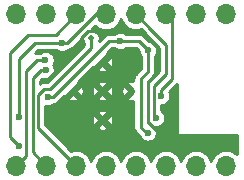
<source format=gbr>
G04 #@! TF.GenerationSoftware,KiCad,Pcbnew,(5.1.4-0-10_14)*
G04 #@! TF.CreationDate,2020-12-23T13:56:28+02:00*
G04 #@! TF.ProjectId,esp32-pico-module,65737033-322d-4706-9963-6f2d6d6f6475,rev?*
G04 #@! TF.SameCoordinates,Original*
G04 #@! TF.FileFunction,Copper,L2,Bot*
G04 #@! TF.FilePolarity,Positive*
%FSLAX46Y46*%
G04 Gerber Fmt 4.6, Leading zero omitted, Abs format (unit mm)*
G04 Created by KiCad (PCBNEW (5.1.4-0-10_14)) date 2020-12-23 13:56:28*
%MOMM*%
%LPD*%
G04 APERTURE LIST*
%ADD10C,0.500000*%
%ADD11O,1.700000X1.700000*%
%ADD12C,0.600000*%
%ADD13C,0.250000*%
%ADD14C,0.254000*%
G04 APERTURE END LIST*
D10*
X117125000Y-105805000D03*
X117125000Y-110755000D03*
X119600000Y-108280000D03*
X114650000Y-108280000D03*
X117125000Y-108280000D03*
D11*
X109790000Y-114600000D03*
X112330000Y-114595000D03*
X119950000Y-114595000D03*
X114870000Y-114595000D03*
X127570000Y-114595000D03*
X122490000Y-114595000D03*
X125030000Y-114595000D03*
X117410000Y-114595000D03*
X117410000Y-101795000D03*
X125030000Y-101795000D03*
X122490000Y-101795000D03*
X127570000Y-101795000D03*
X114870000Y-101795000D03*
X119950000Y-101795000D03*
X112330000Y-101795000D03*
X109790000Y-101800000D03*
D12*
X112500000Y-109800000D03*
X112320000Y-107400000D03*
X124410000Y-112440000D03*
X121000000Y-104825000D03*
X118625000Y-104050000D03*
X112500000Y-108800000D03*
X120950000Y-111800000D03*
X113699999Y-104200000D03*
X110043750Y-110493750D03*
X110050000Y-112900000D03*
X121650000Y-110550000D03*
X122100000Y-108700000D03*
X112296926Y-105630824D03*
X112308786Y-106520535D03*
D10*
X116150000Y-103810000D03*
D13*
X120950000Y-110874998D02*
X122515002Y-112440000D01*
X120950000Y-107506795D02*
X120950000Y-110874998D01*
X121700000Y-104544998D02*
X121700000Y-106756795D01*
X122515002Y-112440000D02*
X124410000Y-112440000D01*
X120390001Y-103234999D02*
X121700000Y-104544998D01*
X121700000Y-106756795D02*
X120950000Y-107506795D01*
X115873999Y-103234999D02*
X120390001Y-103234999D01*
X115320000Y-103788998D02*
X115873999Y-103234999D01*
X115320000Y-104400000D02*
X115320000Y-103788998D01*
X112320000Y-107400000D02*
X115320000Y-104400000D01*
X121000000Y-106600000D02*
X121000000Y-104825000D01*
X120350000Y-107250000D02*
X121000000Y-106600000D01*
X120350000Y-111350000D02*
X120350000Y-107250000D01*
X120225000Y-104050000D02*
X118625000Y-104050000D01*
X121000000Y-104825000D02*
X120225000Y-104050000D01*
X118200736Y-104050000D02*
X118625000Y-104050000D01*
X117674264Y-104050000D02*
X118200736Y-104050000D01*
X112924264Y-108800000D02*
X117674264Y-104050000D01*
X112500000Y-108800000D02*
X112924264Y-108800000D01*
X120950000Y-111800000D02*
X120800000Y-111800000D01*
X120800000Y-111800000D02*
X120350000Y-111350000D01*
X110700000Y-104900000D02*
X111299999Y-104300001D01*
X110518750Y-105081250D02*
X110700000Y-104900000D01*
X111400000Y-104200000D02*
X111299999Y-104300001D01*
X113699999Y-104200000D02*
X111400000Y-104200000D01*
X116555000Y-101795000D02*
X117410000Y-101795000D01*
X114150000Y-104200000D02*
X116555000Y-101795000D01*
X110043750Y-105556250D02*
X110700000Y-104900000D01*
X110043750Y-110493750D02*
X110043750Y-105556250D01*
X113699999Y-104200000D02*
X114150000Y-104200000D01*
X114870000Y-101795000D02*
X113165000Y-103500000D01*
X113165000Y-103500000D02*
X110850000Y-103500000D01*
X109300000Y-105050000D02*
X109300000Y-112150000D01*
X109300000Y-112150000D02*
X110050000Y-112900000D01*
X110850000Y-103500000D02*
X109300000Y-105050000D01*
X119675000Y-102085000D02*
X119960000Y-101800000D01*
X121474999Y-110374999D02*
X121650000Y-110550000D01*
X121474999Y-107875001D02*
X121474999Y-110374999D01*
X122500000Y-106850000D02*
X121474999Y-107875001D01*
X122500000Y-104350000D02*
X122500000Y-106850000D01*
X121250000Y-103095000D02*
X121250000Y-103100000D01*
X121250000Y-103100000D02*
X122500000Y-104350000D01*
X119950000Y-101795000D02*
X121250000Y-103095000D01*
X123050000Y-102355000D02*
X122490000Y-101795000D01*
X123050000Y-107250000D02*
X123050000Y-102355000D01*
X122100000Y-108200000D02*
X123050000Y-107250000D01*
X122100000Y-108700000D02*
X122100000Y-108200000D01*
X110675001Y-113714999D02*
X110639999Y-113750001D01*
X110639999Y-113750001D02*
X109790000Y-114600000D01*
X110675001Y-106574999D02*
X110675001Y-113714999D01*
X111619176Y-105630824D02*
X110675001Y-106574999D01*
X112296926Y-105630824D02*
X111619176Y-105630824D01*
X111879465Y-106520535D02*
X112308786Y-106520535D01*
X111199990Y-113464990D02*
X111199990Y-107200010D01*
X111199990Y-107200010D02*
X111879465Y-106520535D01*
X112330000Y-114595000D02*
X111199990Y-113464990D01*
X111650000Y-108650000D02*
X112200000Y-108100000D01*
X112700000Y-108100000D02*
X116150000Y-104650000D01*
X112200000Y-108100000D02*
X112700000Y-108100000D01*
X111650000Y-111375000D02*
X111650000Y-108650000D01*
X114870000Y-114595000D02*
X111650000Y-111375000D01*
X116150000Y-104650000D02*
X116150000Y-103810000D01*
D14*
G36*
X118129691Y-104653536D02*
G01*
X118256952Y-104738569D01*
X118398357Y-104797141D01*
X118548472Y-104827000D01*
X118701528Y-104827000D01*
X118851643Y-104797141D01*
X118993048Y-104738569D01*
X119120309Y-104653536D01*
X119121845Y-104652000D01*
X119975645Y-104652000D01*
X120223000Y-104899356D01*
X120223000Y-104901528D01*
X120252859Y-105051643D01*
X120311431Y-105193048D01*
X120396464Y-105320309D01*
X120398001Y-105321846D01*
X120398000Y-106350644D01*
X119945229Y-106803416D01*
X119922264Y-106822263D01*
X119903417Y-106845228D01*
X119903416Y-106845229D01*
X119847035Y-106913929D01*
X119791134Y-107018511D01*
X119756712Y-107131988D01*
X119745089Y-107250000D01*
X119748001Y-107279565D01*
X119748001Y-107407135D01*
X119686002Y-107394887D01*
X119511672Y-107395116D01*
X119340736Y-107429351D01*
X119181826Y-107495173D01*
X119177784Y-107683836D01*
X119600000Y-108106052D01*
X119616971Y-108089081D01*
X119748001Y-108220111D01*
X119748001Y-108339889D01*
X119616971Y-108470919D01*
X119600000Y-108453948D01*
X119177784Y-108876164D01*
X119181826Y-109064827D01*
X119342974Y-109131328D01*
X119513998Y-109165113D01*
X119688328Y-109164884D01*
X119748001Y-109152933D01*
X119748000Y-111320444D01*
X119745089Y-111350000D01*
X119748000Y-111379556D01*
X119748000Y-111379565D01*
X119756711Y-111468011D01*
X119791134Y-111581489D01*
X119847034Y-111686070D01*
X119922263Y-111777737D01*
X119945233Y-111796588D01*
X120222356Y-112073712D01*
X120261431Y-112168048D01*
X120346464Y-112295309D01*
X120454691Y-112403536D01*
X120581952Y-112488569D01*
X120723357Y-112547141D01*
X120873472Y-112577000D01*
X121026528Y-112577000D01*
X121176643Y-112547141D01*
X121318048Y-112488569D01*
X121445309Y-112403536D01*
X121553536Y-112295309D01*
X121638569Y-112168048D01*
X121697141Y-112026643D01*
X121727000Y-111876528D01*
X121727000Y-111723472D01*
X121697141Y-111573357D01*
X121638569Y-111431952D01*
X121567671Y-111325846D01*
X121573472Y-111327000D01*
X121726528Y-111327000D01*
X121876643Y-111297141D01*
X122018048Y-111238569D01*
X122145309Y-111153536D01*
X122253536Y-111045309D01*
X122338569Y-110918048D01*
X122397141Y-110776643D01*
X122427000Y-110626528D01*
X122427000Y-110473472D01*
X122397141Y-110323357D01*
X122338569Y-110181952D01*
X122253536Y-110054691D01*
X122145309Y-109946464D01*
X122076999Y-109900821D01*
X122076999Y-109477000D01*
X122176528Y-109477000D01*
X122326643Y-109447141D01*
X122468048Y-109388569D01*
X122595309Y-109303536D01*
X122703536Y-109195309D01*
X122788569Y-109068048D01*
X122847141Y-108926643D01*
X122877000Y-108776528D01*
X122877000Y-108623472D01*
X122847141Y-108473357D01*
X122797600Y-108353755D01*
X123454773Y-107696583D01*
X123473000Y-107681625D01*
X123473000Y-111850000D01*
X123475440Y-111874776D01*
X123482667Y-111898601D01*
X123494403Y-111920557D01*
X123510197Y-111939803D01*
X123529443Y-111955597D01*
X123551399Y-111967333D01*
X123575224Y-111974560D01*
X123600000Y-111977000D01*
X128498000Y-111977000D01*
X128498000Y-113639927D01*
X128310808Y-113486302D01*
X128080278Y-113363081D01*
X127830137Y-113287201D01*
X127635184Y-113268000D01*
X127504816Y-113268000D01*
X127309863Y-113287201D01*
X127059722Y-113363081D01*
X126829192Y-113486302D01*
X126627130Y-113652130D01*
X126461302Y-113854192D01*
X126338081Y-114084722D01*
X126300000Y-114210257D01*
X126261919Y-114084722D01*
X126138698Y-113854192D01*
X125972870Y-113652130D01*
X125770808Y-113486302D01*
X125540278Y-113363081D01*
X125290137Y-113287201D01*
X125095184Y-113268000D01*
X124964816Y-113268000D01*
X124769863Y-113287201D01*
X124519722Y-113363081D01*
X124289192Y-113486302D01*
X124087130Y-113652130D01*
X123921302Y-113854192D01*
X123798081Y-114084722D01*
X123760000Y-114210257D01*
X123721919Y-114084722D01*
X123598698Y-113854192D01*
X123432870Y-113652130D01*
X123230808Y-113486302D01*
X123000278Y-113363081D01*
X122750137Y-113287201D01*
X122555184Y-113268000D01*
X122424816Y-113268000D01*
X122229863Y-113287201D01*
X121979722Y-113363081D01*
X121749192Y-113486302D01*
X121547130Y-113652130D01*
X121381302Y-113854192D01*
X121258081Y-114084722D01*
X121220000Y-114210257D01*
X121181919Y-114084722D01*
X121058698Y-113854192D01*
X120892870Y-113652130D01*
X120690808Y-113486302D01*
X120460278Y-113363081D01*
X120210137Y-113287201D01*
X120015184Y-113268000D01*
X119884816Y-113268000D01*
X119689863Y-113287201D01*
X119439722Y-113363081D01*
X119209192Y-113486302D01*
X119007130Y-113652130D01*
X118841302Y-113854192D01*
X118718081Y-114084722D01*
X118680000Y-114210257D01*
X118641919Y-114084722D01*
X118518698Y-113854192D01*
X118352870Y-113652130D01*
X118150808Y-113486302D01*
X117920278Y-113363081D01*
X117670137Y-113287201D01*
X117475184Y-113268000D01*
X117344816Y-113268000D01*
X117149863Y-113287201D01*
X116899722Y-113363081D01*
X116669192Y-113486302D01*
X116467130Y-113652130D01*
X116301302Y-113854192D01*
X116178081Y-114084722D01*
X116140000Y-114210257D01*
X116101919Y-114084722D01*
X115978698Y-113854192D01*
X115812870Y-113652130D01*
X115610808Y-113486302D01*
X115380278Y-113363081D01*
X115130137Y-113287201D01*
X114935184Y-113268000D01*
X114804816Y-113268000D01*
X114609863Y-113287201D01*
X114459246Y-113332890D01*
X112477520Y-111351164D01*
X116702784Y-111351164D01*
X116706826Y-111539827D01*
X116867974Y-111606328D01*
X117038998Y-111640113D01*
X117213328Y-111639884D01*
X117384264Y-111605649D01*
X117543174Y-111539827D01*
X117547216Y-111351164D01*
X117125000Y-110928948D01*
X116702784Y-111351164D01*
X112477520Y-111351164D01*
X112252000Y-111125645D01*
X112252000Y-110668998D01*
X116239887Y-110668998D01*
X116240116Y-110843328D01*
X116274351Y-111014264D01*
X116340173Y-111173174D01*
X116528836Y-111177216D01*
X116951052Y-110755000D01*
X117298948Y-110755000D01*
X117721164Y-111177216D01*
X117909827Y-111173174D01*
X117976328Y-111012026D01*
X118010113Y-110841002D01*
X118009884Y-110666672D01*
X117975649Y-110495736D01*
X117909827Y-110336826D01*
X117721164Y-110332784D01*
X117298948Y-110755000D01*
X116951052Y-110755000D01*
X116528836Y-110332784D01*
X116340173Y-110336826D01*
X116273672Y-110497974D01*
X116239887Y-110668998D01*
X112252000Y-110668998D01*
X112252000Y-110158836D01*
X116702784Y-110158836D01*
X117125000Y-110581052D01*
X117547216Y-110158836D01*
X117543174Y-109970173D01*
X117382026Y-109903672D01*
X117211002Y-109869887D01*
X117036672Y-109870116D01*
X116865736Y-109904351D01*
X116706826Y-109970173D01*
X116702784Y-110158836D01*
X112252000Y-110158836D01*
X112252000Y-109538295D01*
X112273357Y-109547141D01*
X112423472Y-109577000D01*
X112576528Y-109577000D01*
X112726643Y-109547141D01*
X112868048Y-109488569D01*
X112995309Y-109403536D01*
X113001544Y-109397301D01*
X113042276Y-109393289D01*
X113155754Y-109358866D01*
X113260335Y-109302966D01*
X113352001Y-109227737D01*
X113370853Y-109204766D01*
X113699455Y-108876164D01*
X114227784Y-108876164D01*
X114231826Y-109064827D01*
X114392974Y-109131328D01*
X114563998Y-109165113D01*
X114738328Y-109164884D01*
X114909264Y-109130649D01*
X115068174Y-109064827D01*
X115072216Y-108876164D01*
X116702784Y-108876164D01*
X116706826Y-109064827D01*
X116867974Y-109131328D01*
X117038998Y-109165113D01*
X117213328Y-109164884D01*
X117384264Y-109130649D01*
X117543174Y-109064827D01*
X117547216Y-108876164D01*
X117125000Y-108453948D01*
X116702784Y-108876164D01*
X115072216Y-108876164D01*
X114650000Y-108453948D01*
X114227784Y-108876164D01*
X113699455Y-108876164D01*
X113877188Y-108698431D01*
X114053836Y-108702216D01*
X114476052Y-108280000D01*
X114823948Y-108280000D01*
X115246164Y-108702216D01*
X115434827Y-108698174D01*
X115501328Y-108537026D01*
X115535113Y-108366002D01*
X115534888Y-108193998D01*
X116239887Y-108193998D01*
X116240116Y-108368328D01*
X116274351Y-108539264D01*
X116340173Y-108698174D01*
X116528836Y-108702216D01*
X116951052Y-108280000D01*
X117298948Y-108280000D01*
X117721164Y-108702216D01*
X117909827Y-108698174D01*
X117976328Y-108537026D01*
X118010113Y-108366002D01*
X118009888Y-108193998D01*
X118714887Y-108193998D01*
X118715116Y-108368328D01*
X118749351Y-108539264D01*
X118815173Y-108698174D01*
X119003836Y-108702216D01*
X119426052Y-108280000D01*
X119003836Y-107857784D01*
X118815173Y-107861826D01*
X118748672Y-108022974D01*
X118714887Y-108193998D01*
X118009888Y-108193998D01*
X118009884Y-108191672D01*
X117975649Y-108020736D01*
X117909827Y-107861826D01*
X117721164Y-107857784D01*
X117298948Y-108280000D01*
X116951052Y-108280000D01*
X116528836Y-107857784D01*
X116340173Y-107861826D01*
X116273672Y-108022974D01*
X116239887Y-108193998D01*
X115534888Y-108193998D01*
X115534884Y-108191672D01*
X115500649Y-108020736D01*
X115434827Y-107861826D01*
X115246164Y-107857784D01*
X114823948Y-108280000D01*
X114476052Y-108280000D01*
X114459081Y-108263029D01*
X114633029Y-108089081D01*
X114650000Y-108106052D01*
X115072216Y-107683836D01*
X116702784Y-107683836D01*
X117125000Y-108106052D01*
X117547216Y-107683836D01*
X117543174Y-107495173D01*
X117382026Y-107428672D01*
X117211002Y-107394887D01*
X117036672Y-107395116D01*
X116865736Y-107429351D01*
X116706826Y-107495173D01*
X116702784Y-107683836D01*
X115072216Y-107683836D01*
X115068431Y-107507188D01*
X116174455Y-106401164D01*
X116702784Y-106401164D01*
X116706826Y-106589827D01*
X116867974Y-106656328D01*
X117038998Y-106690113D01*
X117213328Y-106689884D01*
X117384264Y-106655649D01*
X117543174Y-106589827D01*
X117547216Y-106401164D01*
X117125000Y-105978948D01*
X116702784Y-106401164D01*
X116174455Y-106401164D01*
X116352189Y-106223431D01*
X116528836Y-106227216D01*
X116951052Y-105805000D01*
X117298948Y-105805000D01*
X117721164Y-106227216D01*
X117909827Y-106223174D01*
X117976328Y-106062026D01*
X118010113Y-105891002D01*
X118009884Y-105716672D01*
X117975649Y-105545736D01*
X117909827Y-105386826D01*
X117721164Y-105382784D01*
X117298948Y-105805000D01*
X116951052Y-105805000D01*
X116934081Y-105788029D01*
X117108029Y-105614081D01*
X117125000Y-105631052D01*
X117547216Y-105208836D01*
X117543431Y-105032189D01*
X117923621Y-104652000D01*
X118128155Y-104652000D01*
X118129691Y-104653536D01*
X118129691Y-104653536D01*
G37*
X118129691Y-104653536D02*
X118256952Y-104738569D01*
X118398357Y-104797141D01*
X118548472Y-104827000D01*
X118701528Y-104827000D01*
X118851643Y-104797141D01*
X118993048Y-104738569D01*
X119120309Y-104653536D01*
X119121845Y-104652000D01*
X119975645Y-104652000D01*
X120223000Y-104899356D01*
X120223000Y-104901528D01*
X120252859Y-105051643D01*
X120311431Y-105193048D01*
X120396464Y-105320309D01*
X120398001Y-105321846D01*
X120398000Y-106350644D01*
X119945229Y-106803416D01*
X119922264Y-106822263D01*
X119903417Y-106845228D01*
X119903416Y-106845229D01*
X119847035Y-106913929D01*
X119791134Y-107018511D01*
X119756712Y-107131988D01*
X119745089Y-107250000D01*
X119748001Y-107279565D01*
X119748001Y-107407135D01*
X119686002Y-107394887D01*
X119511672Y-107395116D01*
X119340736Y-107429351D01*
X119181826Y-107495173D01*
X119177784Y-107683836D01*
X119600000Y-108106052D01*
X119616971Y-108089081D01*
X119748001Y-108220111D01*
X119748001Y-108339889D01*
X119616971Y-108470919D01*
X119600000Y-108453948D01*
X119177784Y-108876164D01*
X119181826Y-109064827D01*
X119342974Y-109131328D01*
X119513998Y-109165113D01*
X119688328Y-109164884D01*
X119748001Y-109152933D01*
X119748000Y-111320444D01*
X119745089Y-111350000D01*
X119748000Y-111379556D01*
X119748000Y-111379565D01*
X119756711Y-111468011D01*
X119791134Y-111581489D01*
X119847034Y-111686070D01*
X119922263Y-111777737D01*
X119945233Y-111796588D01*
X120222356Y-112073712D01*
X120261431Y-112168048D01*
X120346464Y-112295309D01*
X120454691Y-112403536D01*
X120581952Y-112488569D01*
X120723357Y-112547141D01*
X120873472Y-112577000D01*
X121026528Y-112577000D01*
X121176643Y-112547141D01*
X121318048Y-112488569D01*
X121445309Y-112403536D01*
X121553536Y-112295309D01*
X121638569Y-112168048D01*
X121697141Y-112026643D01*
X121727000Y-111876528D01*
X121727000Y-111723472D01*
X121697141Y-111573357D01*
X121638569Y-111431952D01*
X121567671Y-111325846D01*
X121573472Y-111327000D01*
X121726528Y-111327000D01*
X121876643Y-111297141D01*
X122018048Y-111238569D01*
X122145309Y-111153536D01*
X122253536Y-111045309D01*
X122338569Y-110918048D01*
X122397141Y-110776643D01*
X122427000Y-110626528D01*
X122427000Y-110473472D01*
X122397141Y-110323357D01*
X122338569Y-110181952D01*
X122253536Y-110054691D01*
X122145309Y-109946464D01*
X122076999Y-109900821D01*
X122076999Y-109477000D01*
X122176528Y-109477000D01*
X122326643Y-109447141D01*
X122468048Y-109388569D01*
X122595309Y-109303536D01*
X122703536Y-109195309D01*
X122788569Y-109068048D01*
X122847141Y-108926643D01*
X122877000Y-108776528D01*
X122877000Y-108623472D01*
X122847141Y-108473357D01*
X122797600Y-108353755D01*
X123454773Y-107696583D01*
X123473000Y-107681625D01*
X123473000Y-111850000D01*
X123475440Y-111874776D01*
X123482667Y-111898601D01*
X123494403Y-111920557D01*
X123510197Y-111939803D01*
X123529443Y-111955597D01*
X123551399Y-111967333D01*
X123575224Y-111974560D01*
X123600000Y-111977000D01*
X128498000Y-111977000D01*
X128498000Y-113639927D01*
X128310808Y-113486302D01*
X128080278Y-113363081D01*
X127830137Y-113287201D01*
X127635184Y-113268000D01*
X127504816Y-113268000D01*
X127309863Y-113287201D01*
X127059722Y-113363081D01*
X126829192Y-113486302D01*
X126627130Y-113652130D01*
X126461302Y-113854192D01*
X126338081Y-114084722D01*
X126300000Y-114210257D01*
X126261919Y-114084722D01*
X126138698Y-113854192D01*
X125972870Y-113652130D01*
X125770808Y-113486302D01*
X125540278Y-113363081D01*
X125290137Y-113287201D01*
X125095184Y-113268000D01*
X124964816Y-113268000D01*
X124769863Y-113287201D01*
X124519722Y-113363081D01*
X124289192Y-113486302D01*
X124087130Y-113652130D01*
X123921302Y-113854192D01*
X123798081Y-114084722D01*
X123760000Y-114210257D01*
X123721919Y-114084722D01*
X123598698Y-113854192D01*
X123432870Y-113652130D01*
X123230808Y-113486302D01*
X123000278Y-113363081D01*
X122750137Y-113287201D01*
X122555184Y-113268000D01*
X122424816Y-113268000D01*
X122229863Y-113287201D01*
X121979722Y-113363081D01*
X121749192Y-113486302D01*
X121547130Y-113652130D01*
X121381302Y-113854192D01*
X121258081Y-114084722D01*
X121220000Y-114210257D01*
X121181919Y-114084722D01*
X121058698Y-113854192D01*
X120892870Y-113652130D01*
X120690808Y-113486302D01*
X120460278Y-113363081D01*
X120210137Y-113287201D01*
X120015184Y-113268000D01*
X119884816Y-113268000D01*
X119689863Y-113287201D01*
X119439722Y-113363081D01*
X119209192Y-113486302D01*
X119007130Y-113652130D01*
X118841302Y-113854192D01*
X118718081Y-114084722D01*
X118680000Y-114210257D01*
X118641919Y-114084722D01*
X118518698Y-113854192D01*
X118352870Y-113652130D01*
X118150808Y-113486302D01*
X117920278Y-113363081D01*
X117670137Y-113287201D01*
X117475184Y-113268000D01*
X117344816Y-113268000D01*
X117149863Y-113287201D01*
X116899722Y-113363081D01*
X116669192Y-113486302D01*
X116467130Y-113652130D01*
X116301302Y-113854192D01*
X116178081Y-114084722D01*
X116140000Y-114210257D01*
X116101919Y-114084722D01*
X115978698Y-113854192D01*
X115812870Y-113652130D01*
X115610808Y-113486302D01*
X115380278Y-113363081D01*
X115130137Y-113287201D01*
X114935184Y-113268000D01*
X114804816Y-113268000D01*
X114609863Y-113287201D01*
X114459246Y-113332890D01*
X112477520Y-111351164D01*
X116702784Y-111351164D01*
X116706826Y-111539827D01*
X116867974Y-111606328D01*
X117038998Y-111640113D01*
X117213328Y-111639884D01*
X117384264Y-111605649D01*
X117543174Y-111539827D01*
X117547216Y-111351164D01*
X117125000Y-110928948D01*
X116702784Y-111351164D01*
X112477520Y-111351164D01*
X112252000Y-111125645D01*
X112252000Y-110668998D01*
X116239887Y-110668998D01*
X116240116Y-110843328D01*
X116274351Y-111014264D01*
X116340173Y-111173174D01*
X116528836Y-111177216D01*
X116951052Y-110755000D01*
X117298948Y-110755000D01*
X117721164Y-111177216D01*
X117909827Y-111173174D01*
X117976328Y-111012026D01*
X118010113Y-110841002D01*
X118009884Y-110666672D01*
X117975649Y-110495736D01*
X117909827Y-110336826D01*
X117721164Y-110332784D01*
X117298948Y-110755000D01*
X116951052Y-110755000D01*
X116528836Y-110332784D01*
X116340173Y-110336826D01*
X116273672Y-110497974D01*
X116239887Y-110668998D01*
X112252000Y-110668998D01*
X112252000Y-110158836D01*
X116702784Y-110158836D01*
X117125000Y-110581052D01*
X117547216Y-110158836D01*
X117543174Y-109970173D01*
X117382026Y-109903672D01*
X117211002Y-109869887D01*
X117036672Y-109870116D01*
X116865736Y-109904351D01*
X116706826Y-109970173D01*
X116702784Y-110158836D01*
X112252000Y-110158836D01*
X112252000Y-109538295D01*
X112273357Y-109547141D01*
X112423472Y-109577000D01*
X112576528Y-109577000D01*
X112726643Y-109547141D01*
X112868048Y-109488569D01*
X112995309Y-109403536D01*
X113001544Y-109397301D01*
X113042276Y-109393289D01*
X113155754Y-109358866D01*
X113260335Y-109302966D01*
X113352001Y-109227737D01*
X113370853Y-109204766D01*
X113699455Y-108876164D01*
X114227784Y-108876164D01*
X114231826Y-109064827D01*
X114392974Y-109131328D01*
X114563998Y-109165113D01*
X114738328Y-109164884D01*
X114909264Y-109130649D01*
X115068174Y-109064827D01*
X115072216Y-108876164D01*
X116702784Y-108876164D01*
X116706826Y-109064827D01*
X116867974Y-109131328D01*
X117038998Y-109165113D01*
X117213328Y-109164884D01*
X117384264Y-109130649D01*
X117543174Y-109064827D01*
X117547216Y-108876164D01*
X117125000Y-108453948D01*
X116702784Y-108876164D01*
X115072216Y-108876164D01*
X114650000Y-108453948D01*
X114227784Y-108876164D01*
X113699455Y-108876164D01*
X113877188Y-108698431D01*
X114053836Y-108702216D01*
X114476052Y-108280000D01*
X114823948Y-108280000D01*
X115246164Y-108702216D01*
X115434827Y-108698174D01*
X115501328Y-108537026D01*
X115535113Y-108366002D01*
X115534888Y-108193998D01*
X116239887Y-108193998D01*
X116240116Y-108368328D01*
X116274351Y-108539264D01*
X116340173Y-108698174D01*
X116528836Y-108702216D01*
X116951052Y-108280000D01*
X117298948Y-108280000D01*
X117721164Y-108702216D01*
X117909827Y-108698174D01*
X117976328Y-108537026D01*
X118010113Y-108366002D01*
X118009888Y-108193998D01*
X118714887Y-108193998D01*
X118715116Y-108368328D01*
X118749351Y-108539264D01*
X118815173Y-108698174D01*
X119003836Y-108702216D01*
X119426052Y-108280000D01*
X119003836Y-107857784D01*
X118815173Y-107861826D01*
X118748672Y-108022974D01*
X118714887Y-108193998D01*
X118009888Y-108193998D01*
X118009884Y-108191672D01*
X117975649Y-108020736D01*
X117909827Y-107861826D01*
X117721164Y-107857784D01*
X117298948Y-108280000D01*
X116951052Y-108280000D01*
X116528836Y-107857784D01*
X116340173Y-107861826D01*
X116273672Y-108022974D01*
X116239887Y-108193998D01*
X115534888Y-108193998D01*
X115534884Y-108191672D01*
X115500649Y-108020736D01*
X115434827Y-107861826D01*
X115246164Y-107857784D01*
X114823948Y-108280000D01*
X114476052Y-108280000D01*
X114459081Y-108263029D01*
X114633029Y-108089081D01*
X114650000Y-108106052D01*
X115072216Y-107683836D01*
X116702784Y-107683836D01*
X117125000Y-108106052D01*
X117547216Y-107683836D01*
X117543174Y-107495173D01*
X117382026Y-107428672D01*
X117211002Y-107394887D01*
X117036672Y-107395116D01*
X116865736Y-107429351D01*
X116706826Y-107495173D01*
X116702784Y-107683836D01*
X115072216Y-107683836D01*
X115068431Y-107507188D01*
X116174455Y-106401164D01*
X116702784Y-106401164D01*
X116706826Y-106589827D01*
X116867974Y-106656328D01*
X117038998Y-106690113D01*
X117213328Y-106689884D01*
X117384264Y-106655649D01*
X117543174Y-106589827D01*
X117547216Y-106401164D01*
X117125000Y-105978948D01*
X116702784Y-106401164D01*
X116174455Y-106401164D01*
X116352189Y-106223431D01*
X116528836Y-106227216D01*
X116951052Y-105805000D01*
X117298948Y-105805000D01*
X117721164Y-106227216D01*
X117909827Y-106223174D01*
X117976328Y-106062026D01*
X118010113Y-105891002D01*
X118009884Y-105716672D01*
X117975649Y-105545736D01*
X117909827Y-105386826D01*
X117721164Y-105382784D01*
X117298948Y-105805000D01*
X116951052Y-105805000D01*
X116934081Y-105788029D01*
X117108029Y-105614081D01*
X117125000Y-105631052D01*
X117547216Y-105208836D01*
X117543431Y-105032189D01*
X117923621Y-104652000D01*
X118128155Y-104652000D01*
X118129691Y-104653536D01*
G36*
X120961431Y-110918048D02*
G01*
X121032329Y-111024154D01*
X121026528Y-111023000D01*
X120952000Y-111023000D01*
X120952000Y-110895280D01*
X120961431Y-110918048D01*
X120961431Y-110918048D01*
G37*
X120961431Y-110918048D02*
X121032329Y-111024154D01*
X121026528Y-111023000D01*
X120952000Y-111023000D01*
X120952000Y-110895280D01*
X120961431Y-110918048D01*
G36*
X115423000Y-103881603D02*
G01*
X115450938Y-104022058D01*
X115505741Y-104154364D01*
X115548000Y-104217609D01*
X115548000Y-104400644D01*
X112450645Y-107498000D01*
X112229556Y-107498000D01*
X112199999Y-107495089D01*
X112170443Y-107498000D01*
X112170434Y-107498000D01*
X112081988Y-107506711D01*
X111968510Y-107541134D01*
X111863929Y-107597034D01*
X111863927Y-107597035D01*
X111863928Y-107597035D01*
X111801990Y-107647866D01*
X111801990Y-107449365D01*
X112012519Y-107238837D01*
X112082143Y-107267676D01*
X112232258Y-107297535D01*
X112385314Y-107297535D01*
X112535429Y-107267676D01*
X112676834Y-107209104D01*
X112804095Y-107124071D01*
X112912322Y-107015844D01*
X112997355Y-106888583D01*
X113055927Y-106747178D01*
X113085786Y-106597063D01*
X113085786Y-106444007D01*
X113055927Y-106293892D01*
X112997355Y-106152487D01*
X112940104Y-106066805D01*
X112985495Y-105998872D01*
X113044067Y-105857467D01*
X113073926Y-105707352D01*
X113073926Y-105554296D01*
X113044067Y-105404181D01*
X112985495Y-105262776D01*
X112900462Y-105135515D01*
X112792235Y-105027288D01*
X112664974Y-104942255D01*
X112523569Y-104883683D01*
X112373454Y-104853824D01*
X112220398Y-104853824D01*
X112070283Y-104883683D01*
X111928878Y-104942255D01*
X111801617Y-105027288D01*
X111800081Y-105028824D01*
X111648732Y-105028824D01*
X111619175Y-105025913D01*
X111589619Y-105028824D01*
X111589610Y-105028824D01*
X111501164Y-105037535D01*
X111387686Y-105071958D01*
X111369880Y-105081476D01*
X111649356Y-104802000D01*
X113203154Y-104802000D01*
X113204690Y-104803536D01*
X113331951Y-104888569D01*
X113473356Y-104947141D01*
X113623471Y-104977000D01*
X113776527Y-104977000D01*
X113926642Y-104947141D01*
X114068047Y-104888569D01*
X114195308Y-104803536D01*
X114198732Y-104800112D01*
X114268012Y-104793289D01*
X114381490Y-104758866D01*
X114486071Y-104702966D01*
X114577737Y-104627737D01*
X114596589Y-104604766D01*
X115423000Y-103778355D01*
X115423000Y-103881603D01*
X115423000Y-103881603D01*
G37*
X115423000Y-103881603D02*
X115450938Y-104022058D01*
X115505741Y-104154364D01*
X115548000Y-104217609D01*
X115548000Y-104400644D01*
X112450645Y-107498000D01*
X112229556Y-107498000D01*
X112199999Y-107495089D01*
X112170443Y-107498000D01*
X112170434Y-107498000D01*
X112081988Y-107506711D01*
X111968510Y-107541134D01*
X111863929Y-107597034D01*
X111863927Y-107597035D01*
X111863928Y-107597035D01*
X111801990Y-107647866D01*
X111801990Y-107449365D01*
X112012519Y-107238837D01*
X112082143Y-107267676D01*
X112232258Y-107297535D01*
X112385314Y-107297535D01*
X112535429Y-107267676D01*
X112676834Y-107209104D01*
X112804095Y-107124071D01*
X112912322Y-107015844D01*
X112997355Y-106888583D01*
X113055927Y-106747178D01*
X113085786Y-106597063D01*
X113085786Y-106444007D01*
X113055927Y-106293892D01*
X112997355Y-106152487D01*
X112940104Y-106066805D01*
X112985495Y-105998872D01*
X113044067Y-105857467D01*
X113073926Y-105707352D01*
X113073926Y-105554296D01*
X113044067Y-105404181D01*
X112985495Y-105262776D01*
X112900462Y-105135515D01*
X112792235Y-105027288D01*
X112664974Y-104942255D01*
X112523569Y-104883683D01*
X112373454Y-104853824D01*
X112220398Y-104853824D01*
X112070283Y-104883683D01*
X111928878Y-104942255D01*
X111801617Y-105027288D01*
X111800081Y-105028824D01*
X111648732Y-105028824D01*
X111619175Y-105025913D01*
X111589619Y-105028824D01*
X111589610Y-105028824D01*
X111501164Y-105037535D01*
X111387686Y-105071958D01*
X111369880Y-105081476D01*
X111649356Y-104802000D01*
X113203154Y-104802000D01*
X113204690Y-104803536D01*
X113331951Y-104888569D01*
X113473356Y-104947141D01*
X113623471Y-104977000D01*
X113776527Y-104977000D01*
X113926642Y-104947141D01*
X114068047Y-104888569D01*
X114195308Y-104803536D01*
X114198732Y-104800112D01*
X114268012Y-104793289D01*
X114381490Y-104758866D01*
X114486071Y-104702966D01*
X114577737Y-104627737D01*
X114596589Y-104604766D01*
X115423000Y-103778355D01*
X115423000Y-103881603D01*
G36*
X118718081Y-102305278D02*
G01*
X118841302Y-102535808D01*
X119007130Y-102737870D01*
X119209192Y-102903698D01*
X119439722Y-103026919D01*
X119689863Y-103102799D01*
X119884816Y-103122000D01*
X120015184Y-103122000D01*
X120210137Y-103102799D01*
X120360754Y-103057110D01*
X120780531Y-103476887D01*
X120822263Y-103527737D01*
X120845233Y-103546588D01*
X121898000Y-104599356D01*
X121898001Y-106600642D01*
X121070232Y-107428412D01*
X121047262Y-107447264D01*
X120972033Y-107538931D01*
X120952000Y-107576410D01*
X120952000Y-107499355D01*
X121404773Y-107046583D01*
X121427737Y-107027737D01*
X121502966Y-106936071D01*
X121558866Y-106831490D01*
X121593289Y-106718012D01*
X121602000Y-106629566D01*
X121602000Y-106629557D01*
X121604911Y-106600000D01*
X121602000Y-106570444D01*
X121602000Y-105321845D01*
X121603536Y-105320309D01*
X121688569Y-105193048D01*
X121747141Y-105051643D01*
X121777000Y-104901528D01*
X121777000Y-104748472D01*
X121747141Y-104598357D01*
X121688569Y-104456952D01*
X121603536Y-104329691D01*
X121495309Y-104221464D01*
X121368048Y-104136431D01*
X121226643Y-104077859D01*
X121076528Y-104048000D01*
X121074356Y-104048000D01*
X120671589Y-103645234D01*
X120652737Y-103622263D01*
X120561071Y-103547034D01*
X120456490Y-103491134D01*
X120343012Y-103456711D01*
X120254566Y-103448000D01*
X120254556Y-103448000D01*
X120225000Y-103445089D01*
X120195444Y-103448000D01*
X119121845Y-103448000D01*
X119120309Y-103446464D01*
X118993048Y-103361431D01*
X118851643Y-103302859D01*
X118701528Y-103273000D01*
X118548472Y-103273000D01*
X118398357Y-103302859D01*
X118256952Y-103361431D01*
X118129691Y-103446464D01*
X118128155Y-103448000D01*
X117703820Y-103448000D01*
X117674263Y-103445089D01*
X117644707Y-103448000D01*
X117644698Y-103448000D01*
X117556252Y-103456711D01*
X117442774Y-103491134D01*
X117338193Y-103547034D01*
X117338191Y-103547035D01*
X117338192Y-103547035D01*
X117269491Y-103603416D01*
X117269487Y-103603420D01*
X117246527Y-103622263D01*
X117227684Y-103645223D01*
X116847798Y-104025109D01*
X116849062Y-104022058D01*
X116877000Y-103881603D01*
X116877000Y-103738397D01*
X116849062Y-103597942D01*
X116794259Y-103465636D01*
X116714698Y-103346564D01*
X116613436Y-103245302D01*
X116494364Y-103165741D01*
X116362058Y-103110938D01*
X116221603Y-103083000D01*
X116118356Y-103083000D01*
X116465487Y-102735868D01*
X116467130Y-102737870D01*
X116669192Y-102903698D01*
X116899722Y-103026919D01*
X117149863Y-103102799D01*
X117344816Y-103122000D01*
X117475184Y-103122000D01*
X117670137Y-103102799D01*
X117920278Y-103026919D01*
X118150808Y-102903698D01*
X118352870Y-102737870D01*
X118518698Y-102535808D01*
X118641919Y-102305278D01*
X118680000Y-102179743D01*
X118718081Y-102305278D01*
X118718081Y-102305278D01*
G37*
X118718081Y-102305278D02*
X118841302Y-102535808D01*
X119007130Y-102737870D01*
X119209192Y-102903698D01*
X119439722Y-103026919D01*
X119689863Y-103102799D01*
X119884816Y-103122000D01*
X120015184Y-103122000D01*
X120210137Y-103102799D01*
X120360754Y-103057110D01*
X120780531Y-103476887D01*
X120822263Y-103527737D01*
X120845233Y-103546588D01*
X121898000Y-104599356D01*
X121898001Y-106600642D01*
X121070232Y-107428412D01*
X121047262Y-107447264D01*
X120972033Y-107538931D01*
X120952000Y-107576410D01*
X120952000Y-107499355D01*
X121404773Y-107046583D01*
X121427737Y-107027737D01*
X121502966Y-106936071D01*
X121558866Y-106831490D01*
X121593289Y-106718012D01*
X121602000Y-106629566D01*
X121602000Y-106629557D01*
X121604911Y-106600000D01*
X121602000Y-106570444D01*
X121602000Y-105321845D01*
X121603536Y-105320309D01*
X121688569Y-105193048D01*
X121747141Y-105051643D01*
X121777000Y-104901528D01*
X121777000Y-104748472D01*
X121747141Y-104598357D01*
X121688569Y-104456952D01*
X121603536Y-104329691D01*
X121495309Y-104221464D01*
X121368048Y-104136431D01*
X121226643Y-104077859D01*
X121076528Y-104048000D01*
X121074356Y-104048000D01*
X120671589Y-103645234D01*
X120652737Y-103622263D01*
X120561071Y-103547034D01*
X120456490Y-103491134D01*
X120343012Y-103456711D01*
X120254566Y-103448000D01*
X120254556Y-103448000D01*
X120225000Y-103445089D01*
X120195444Y-103448000D01*
X119121845Y-103448000D01*
X119120309Y-103446464D01*
X118993048Y-103361431D01*
X118851643Y-103302859D01*
X118701528Y-103273000D01*
X118548472Y-103273000D01*
X118398357Y-103302859D01*
X118256952Y-103361431D01*
X118129691Y-103446464D01*
X118128155Y-103448000D01*
X117703820Y-103448000D01*
X117674263Y-103445089D01*
X117644707Y-103448000D01*
X117644698Y-103448000D01*
X117556252Y-103456711D01*
X117442774Y-103491134D01*
X117338193Y-103547034D01*
X117338191Y-103547035D01*
X117338192Y-103547035D01*
X117269491Y-103603416D01*
X117269487Y-103603420D01*
X117246527Y-103622263D01*
X117227684Y-103645223D01*
X116847798Y-104025109D01*
X116849062Y-104022058D01*
X116877000Y-103881603D01*
X116877000Y-103738397D01*
X116849062Y-103597942D01*
X116794259Y-103465636D01*
X116714698Y-103346564D01*
X116613436Y-103245302D01*
X116494364Y-103165741D01*
X116362058Y-103110938D01*
X116221603Y-103083000D01*
X116118356Y-103083000D01*
X116465487Y-102735868D01*
X116467130Y-102737870D01*
X116669192Y-102903698D01*
X116899722Y-103026919D01*
X117149863Y-103102799D01*
X117344816Y-103122000D01*
X117475184Y-103122000D01*
X117670137Y-103102799D01*
X117920278Y-103026919D01*
X118150808Y-102903698D01*
X118352870Y-102737870D01*
X118518698Y-102535808D01*
X118641919Y-102305278D01*
X118680000Y-102179743D01*
X118718081Y-102305278D01*
G36*
X112457000Y-101668000D02*
G01*
X112477000Y-101668000D01*
X112477000Y-101922000D01*
X112457000Y-101922000D01*
X112457000Y-101942000D01*
X112203000Y-101942000D01*
X112203000Y-101922000D01*
X112183000Y-101922000D01*
X112183000Y-101668000D01*
X112203000Y-101668000D01*
X112203000Y-101648000D01*
X112457000Y-101648000D01*
X112457000Y-101668000D01*
X112457000Y-101668000D01*
G37*
X112457000Y-101668000D02*
X112477000Y-101668000D01*
X112477000Y-101922000D01*
X112457000Y-101922000D01*
X112457000Y-101942000D01*
X112203000Y-101942000D01*
X112203000Y-101922000D01*
X112183000Y-101922000D01*
X112183000Y-101668000D01*
X112203000Y-101668000D01*
X112203000Y-101648000D01*
X112457000Y-101648000D01*
X112457000Y-101668000D01*
M02*

</source>
